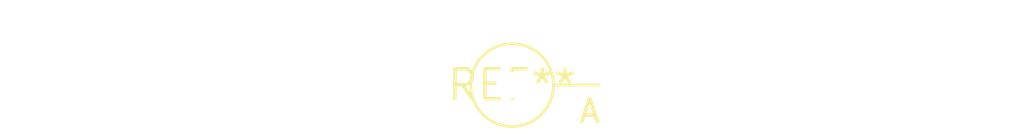
<source format=kicad_pcb>
(kicad_pcb (version 20240108) (generator pcbnew)
  (layers (0 "F.Cu" signal) (31 "B.Cu" signal) (34 "B.Paste" user) (35 "F.Paste" user) (36 "B.SilkS" user "B.Silkscreen") (37 "F.SilkS" user "F.Silkscreen") (38 "B.Mask" user) (39 "F.Mask" user) (44 "Edge.Cuts" user))
  (net 0 "")
  (footprint "D_DO-41_SOD81_P5.08mm_Vertical_AnodeUp" (layer "F.Cu") (at 0 0)
    (property "Reference" "REF**")
    (property "Value" "D_DO-41_SOD81_P5.08mm_Vertical_AnodeUp")
    (fp_line (start 1.750635 0) (end 3.68 0) (layer "F.SilkS") (stroke (width 0.12)))
    (fp_circle (center 0 0) (end 1.750635 0) (layer "F.SilkS") (stroke (width 0.12)) (fill none))
    (fp_text user "A" (at 3.28 1.1 0) (layer "F.SilkS"))
    (pad "1" thru_hole rect (at 0 0) (size 2.2 2.2) (drill 1.1) (layers *.Cu *.Mask) (remove_unused_layers))
    (pad "2" thru_hole oval (at 5.08 0) (size 2.2 2.2) (drill 1.1) (layers *.Cu *.Mask) (remove_unused_layers))
  )
)
</source>
